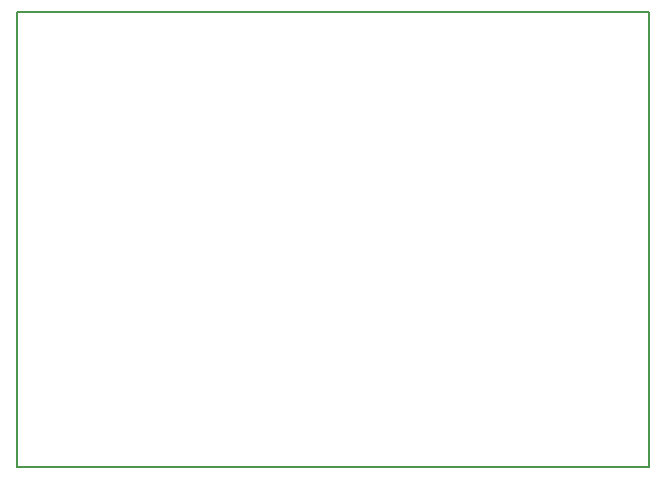
<source format=gbr>
G04 #@! TF.FileFunction,Profile,NP*
%FSLAX46Y46*%
G04 Gerber Fmt 4.6, Leading zero omitted, Abs format (unit mm)*
G04 Created by KiCad (PCBNEW 4.0.0-rc1-stable) date 13/06/2017 23:09:15*
%MOMM*%
G01*
G04 APERTURE LIST*
%ADD10C,0.076200*%
%ADD11C,0.150000*%
G04 APERTURE END LIST*
D10*
D11*
X107500000Y-102500000D02*
X161000000Y-102500000D01*
X107500000Y-64000000D02*
X107500000Y-102500000D01*
X161000000Y-64000000D02*
X107500000Y-64000000D01*
X161000000Y-64000000D02*
X161000000Y-102500000D01*
M02*

</source>
